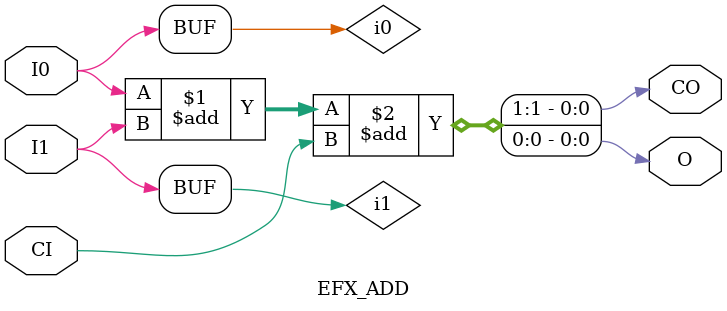
<source format=v>
module EFX_ADD(
   output O,
   output CO,
   input I0,
   input I1,
   input CI
);
   parameter I0_POLARITY   = 1;
   parameter I1_POLARITY   = 1;
   wire i0;
   wire i1;
   assign i0 = I0_POLARITY ? I0 : ~I0;
   assign i1 = I1_POLARITY ? I1 : ~I1;
   assign {CO, O} = i0 + i1 + CI;
endmodule
</source>
